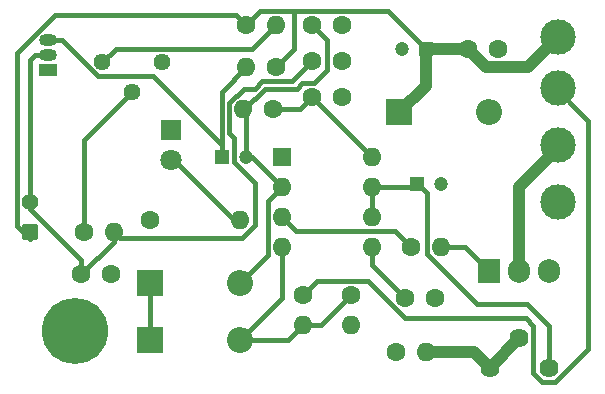
<source format=gbr>
%TF.GenerationSoftware,KiCad,Pcbnew,8.0.5*%
%TF.CreationDate,2024-12-08T10:15:27-05:00*%
%TF.ProjectId,shooting_sensor_new,73686f6f-7469-46e6-975f-73656e736f72,rev?*%
%TF.SameCoordinates,Original*%
%TF.FileFunction,Copper,L1,Top*%
%TF.FilePolarity,Positive*%
%FSLAX46Y46*%
G04 Gerber Fmt 4.6, Leading zero omitted, Abs format (unit mm)*
G04 Created by KiCad (PCBNEW 8.0.5) date 2024-12-08 10:15:27*
%MOMM*%
%LPD*%
G01*
G04 APERTURE LIST*
G04 Aperture macros list*
%AMRoundRect*
0 Rectangle with rounded corners*
0 $1 Rounding radius*
0 $2 $3 $4 $5 $6 $7 $8 $9 X,Y pos of 4 corners*
0 Add a 4 corners polygon primitive as box body*
4,1,4,$2,$3,$4,$5,$6,$7,$8,$9,$2,$3,0*
0 Add four circle primitives for the rounded corners*
1,1,$1+$1,$2,$3*
1,1,$1+$1,$4,$5*
1,1,$1+$1,$6,$7*
1,1,$1+$1,$8,$9*
0 Add four rect primitives between the rounded corners*
20,1,$1+$1,$2,$3,$4,$5,0*
20,1,$1+$1,$4,$5,$6,$7,0*
20,1,$1+$1,$6,$7,$8,$9,0*
20,1,$1+$1,$8,$9,$2,$3,0*%
G04 Aperture macros list end*
%TA.AperFunction,ComponentPad*%
%ADD10C,1.600000*%
%TD*%
%TA.AperFunction,ComponentPad*%
%ADD11O,1.600000X1.600000*%
%TD*%
%TA.AperFunction,ComponentPad*%
%ADD12RoundRect,0.249200X0.450800X-0.450800X0.450800X0.450800X-0.450800X0.450800X-0.450800X-0.450800X0*%
%TD*%
%TA.AperFunction,ComponentPad*%
%ADD13C,1.400000*%
%TD*%
%TA.AperFunction,ComponentPad*%
%ADD14R,2.200000X2.200000*%
%TD*%
%TA.AperFunction,ComponentPad*%
%ADD15O,2.200000X2.200000*%
%TD*%
%TA.AperFunction,ComponentPad*%
%ADD16R,1.600000X1.600000*%
%TD*%
%TA.AperFunction,ComponentPad*%
%ADD17R,1.200000X1.200000*%
%TD*%
%TA.AperFunction,ComponentPad*%
%ADD18C,1.200000*%
%TD*%
%TA.AperFunction,ComponentPad*%
%ADD19C,3.000000*%
%TD*%
%TA.AperFunction,ComponentPad*%
%ADD20C,1.440000*%
%TD*%
%TA.AperFunction,ComponentPad*%
%ADD21R,1.905000X2.000000*%
%TD*%
%TA.AperFunction,ComponentPad*%
%ADD22O,1.905000X2.000000*%
%TD*%
%TA.AperFunction,ComponentPad*%
%ADD23R,1.500000X1.050000*%
%TD*%
%TA.AperFunction,ComponentPad*%
%ADD24O,1.500000X1.050000*%
%TD*%
%TA.AperFunction,ComponentPad*%
%ADD25C,5.600000*%
%TD*%
%TA.AperFunction,ComponentPad*%
%ADD26C,1.620000*%
%TD*%
%TA.AperFunction,ComponentPad*%
%ADD27R,1.800000X1.800000*%
%TD*%
%TA.AperFunction,ComponentPad*%
%ADD28C,1.800000*%
%TD*%
%TA.AperFunction,Conductor*%
%ADD29C,0.400000*%
%TD*%
%TA.AperFunction,Conductor*%
%ADD30C,1.000000*%
%TD*%
G04 APERTURE END LIST*
D10*
%TO.P,R7,1*%
%TO.N,Net-(R7-Pad1)*%
X83566000Y-68834000D03*
D11*
%TO.P,R7,2*%
%TO.N,Net-(D4-A)*%
X86106000Y-68834000D03*
%TD*%
D10*
%TO.P,C9,1*%
%TO.N,Net-(D4-A)*%
X83332000Y-72390000D03*
%TO.P,C9,2*%
%TO.N,GND*%
X85832000Y-72390000D03*
%TD*%
%TO.P,R2,1*%
%TO.N,Net-(D1-K)*%
X111223000Y-70104000D03*
D11*
%TO.P,R2,2*%
%TO.N,Net-(Q1-B)*%
X113763000Y-70104000D03*
%TD*%
D12*
%TO.P,D4,1,K*%
%TO.N,+12V*%
X78965000Y-68834000D03*
D13*
%TO.P,D4,2,A*%
%TO.N,Net-(D4-A)*%
X78965000Y-66274000D03*
%TD*%
D14*
%TO.P,D3,1,K*%
%TO.N,+12V*%
X89154000Y-73152000D03*
D15*
%TO.P,D3,2,A*%
%TO.N,Net-(D3-A)*%
X96774000Y-73152000D03*
%TD*%
D10*
%TO.P,R1,1*%
%TO.N,+12V*%
X109982000Y-78994000D03*
D11*
%TO.P,R1,2*%
%TO.N,Net-(R1-Pad2)*%
X112522000Y-78994000D03*
%TD*%
D16*
%TO.P,U1,1,GND*%
%TO.N,GND*%
X100330000Y-62484000D03*
D11*
%TO.P,U1,2,TR*%
%TO.N,Net-(D3-A)*%
X100330000Y-65024000D03*
%TO.P,U1,3,Q*%
%TO.N,Net-(D1-K)*%
X100330000Y-67564000D03*
%TO.P,U1,4,R*%
%TO.N,Net-(D2-A)*%
X100330000Y-70104000D03*
%TO.P,U1,5,CV*%
%TO.N,Net-(U1-CV)*%
X107950000Y-70104000D03*
%TO.P,U1,6,THR*%
%TO.N,Net-(U1-DIS)*%
X107950000Y-67564000D03*
%TO.P,U1,7,DIS*%
X107950000Y-65024000D03*
%TO.P,U1,8,VCC*%
%TO.N,+12V*%
X107950000Y-62484000D03*
%TD*%
D14*
%TO.P,D5,1,K*%
%TO.N,+12V*%
X110236000Y-58674000D03*
D15*
%TO.P,D5,2,A*%
%TO.N,GND*%
X117856000Y-58674000D03*
%TD*%
D17*
%TO.P,C3,1*%
%TO.N,Net-(Q2-D)*%
X95282000Y-62484000D03*
D18*
%TO.P,C3,2*%
%TO.N,Net-(D3-A)*%
X97282000Y-62484000D03*
%TD*%
D19*
%TO.P,H1,1,1*%
%TO.N,+12V*%
X123698000Y-52324000D03*
%TD*%
D20*
%TO.P,RV2,1,1*%
%TO.N,Net-(R9-Pad2)*%
X85105000Y-54431000D03*
%TO.P,RV2,2,2*%
%TO.N,Net-(R7-Pad1)*%
X87645000Y-56971000D03*
%TO.P,RV2,3,3*%
%TO.N,GND*%
X90185000Y-54431000D03*
%TD*%
D10*
%TO.P,R3,1*%
%TO.N,+12V*%
X89154000Y-67818000D03*
D11*
%TO.P,R3,2*%
%TO.N,Net-(D1-A)*%
X96774000Y-67818000D03*
%TD*%
D17*
%TO.P,C7,1*%
%TO.N,Net-(U1-DIS)*%
X111792000Y-64770000D03*
D18*
%TO.P,C7,2*%
%TO.N,GND*%
X113792000Y-64770000D03*
%TD*%
D10*
%TO.P,C4,1*%
%TO.N,Net-(D3-A)*%
X102890000Y-51308000D03*
%TO.P,C4,2*%
%TO.N,GND*%
X105390000Y-51308000D03*
%TD*%
D19*
%TO.P,H4,1,1*%
%TO.N,GND*%
X123698000Y-66294000D03*
%TD*%
D10*
%TO.P,R8,1*%
%TO.N,Net-(D2-A)*%
X106172000Y-74139000D03*
D11*
%TO.P,R8,2*%
%TO.N,GND*%
X106172000Y-76679000D03*
%TD*%
D10*
%TO.P,C5,1*%
%TO.N,+12V*%
X102890000Y-57404000D03*
%TO.P,C5,2*%
%TO.N,GND*%
X105390000Y-57404000D03*
%TD*%
%TO.P,C1,1*%
%TO.N,Net-(U1-CV)*%
X110764000Y-74422000D03*
%TO.P,C1,2*%
%TO.N,GND*%
X113264000Y-74422000D03*
%TD*%
D19*
%TO.P,H3,1,1*%
%TO.N,OUT*%
X123698000Y-61462332D03*
%TD*%
D21*
%TO.P,Q1,1,B*%
%TO.N,Net-(Q1-B)*%
X117856000Y-72136000D03*
D22*
%TO.P,Q1,2,C*%
%TO.N,OUT*%
X120396000Y-72136000D03*
%TO.P,Q1,3,E*%
%TO.N,GND*%
X122936000Y-72136000D03*
%TD*%
D23*
%TO.P,Q2,1,S*%
%TO.N,GND*%
X80518000Y-55118000D03*
D24*
%TO.P,Q2,2,G*%
%TO.N,Net-(D4-A)*%
X80518000Y-53848000D03*
%TO.P,Q2,3,D*%
%TO.N,Net-(Q2-D)*%
X80518000Y-52578000D03*
%TD*%
D10*
%TO.P,R9,1*%
%TO.N,+12V*%
X97282000Y-51308000D03*
D11*
%TO.P,R9,2*%
%TO.N,Net-(R9-Pad2)*%
X99822000Y-51308000D03*
%TD*%
D17*
%TO.P,C2,1*%
%TO.N,+12V*%
X112490000Y-53340000D03*
D18*
%TO.P,C2,2*%
%TO.N,GND*%
X110490000Y-53340000D03*
%TD*%
D25*
%TO.P,REF\u002A\u002A,1*%
%TO.N,GND*%
X82804000Y-77216000D03*
%TD*%
D10*
%TO.P,R6,1*%
%TO.N,+12V*%
X99822000Y-54864000D03*
D11*
%TO.P,R6,2*%
%TO.N,Net-(Q2-D)*%
X97282000Y-54864000D03*
%TD*%
D14*
%TO.P,D2,1,K*%
%TO.N,+12V*%
X89154000Y-77978000D03*
D15*
%TO.P,D2,2,A*%
%TO.N,Net-(D2-A)*%
X96774000Y-77978000D03*
%TD*%
D10*
%TO.P,R4,1*%
%TO.N,ENABLE*%
X102108000Y-74139000D03*
D11*
%TO.P,R4,2*%
%TO.N,Net-(D2-A)*%
X102108000Y-76679000D03*
%TD*%
D10*
%TO.P,R5,1*%
%TO.N,+12V*%
X99568000Y-58420000D03*
D11*
%TO.P,R5,2*%
%TO.N,Net-(D3-A)*%
X97028000Y-58420000D03*
%TD*%
D10*
%TO.P,C8,1*%
%TO.N,+12V*%
X116098000Y-53340000D03*
%TO.P,C8,2*%
%TO.N,GND*%
X118598000Y-53340000D03*
%TD*%
D26*
%TO.P,RV1,1,1*%
%TO.N,Net-(R1-Pad2)*%
X117896000Y-80319000D03*
%TO.P,RV1,2,2*%
X120396000Y-77819000D03*
%TO.P,RV1,3,3*%
%TO.N,Net-(U1-DIS)*%
X122896000Y-80319000D03*
%TD*%
D10*
%TO.P,C6,1*%
%TO.N,Net-(D4-A)*%
X102890000Y-54356000D03*
%TO.P,C6,2*%
%TO.N,GND*%
X105390000Y-54356000D03*
%TD*%
D27*
%TO.P,D1,1,K*%
%TO.N,Net-(D1-K)*%
X90932000Y-60193000D03*
D28*
%TO.P,D1,2,A*%
%TO.N,Net-(D1-A)*%
X90932000Y-62733000D03*
%TD*%
D19*
%TO.P,H2,1,1*%
%TO.N,ENABLE*%
X123698000Y-56630666D03*
%TD*%
D29*
%TO.N,Net-(D2-A)*%
X100330000Y-74422000D02*
X100330000Y-70104000D01*
X100809000Y-77978000D02*
X102108000Y-76679000D01*
X103632000Y-76679000D02*
X106172000Y-74139000D01*
X96774000Y-77978000D02*
X100809000Y-77978000D01*
X96774000Y-77978000D02*
X100330000Y-74422000D01*
X102108000Y-76679000D02*
X103632000Y-76679000D01*
%TO.N,Net-(D3-A)*%
X97091113Y-58420000D02*
X97028000Y-58420000D01*
X98847113Y-56664000D02*
X97091113Y-58420000D01*
X97282000Y-62484000D02*
X97790000Y-62484000D01*
X101578000Y-56664000D02*
X98847113Y-56664000D01*
X97282000Y-58674000D02*
X97028000Y-58420000D01*
X102890000Y-51308000D02*
X104140000Y-52558000D01*
X103054001Y-56204000D02*
X102038000Y-56204000D01*
X102038000Y-56204000D02*
X101578000Y-56664000D01*
X104140000Y-55118001D02*
X103054001Y-56204000D01*
X97282000Y-62484000D02*
X97282000Y-58674000D01*
X99130000Y-70796000D02*
X99130000Y-66224000D01*
X104140000Y-52558000D02*
X104140000Y-55118001D01*
X99130000Y-66224000D02*
X100330000Y-65024000D01*
X97790000Y-62484000D02*
X100330000Y-65024000D01*
X96774000Y-73152000D02*
X99130000Y-70796000D01*
%TO.N,Net-(D4-A)*%
X98044000Y-68245057D02*
X98044000Y-64660214D01*
X83332000Y-72390000D02*
X86106000Y-69616000D01*
X83332000Y-72390000D02*
X83332000Y-71204000D01*
X101162000Y-56064000D02*
X102870000Y-54356000D01*
X102870000Y-54356000D02*
X102890000Y-54356000D01*
X86614000Y-69342000D02*
X96947057Y-69342000D01*
X95828000Y-60409057D02*
X95828000Y-57922943D01*
X96282000Y-62898214D02*
X96282000Y-60863057D01*
X97086943Y-56664000D02*
X97998585Y-56664000D01*
X78965000Y-66837000D02*
X78965000Y-54251000D01*
X98044000Y-64660214D02*
X96282000Y-62898214D01*
X96282000Y-60863057D02*
X95828000Y-60409057D01*
X78965000Y-54251000D02*
X79368000Y-53848000D01*
X97998585Y-56664000D02*
X98598585Y-56064000D01*
X96947057Y-69342000D02*
X98044000Y-68245057D01*
X95828000Y-57922943D02*
X97086943Y-56664000D01*
X86106000Y-69616000D02*
X86106000Y-68834000D01*
X79368000Y-53848000D02*
X80518000Y-53848000D01*
X86106000Y-68834000D02*
X86614000Y-69342000D01*
X83332000Y-71204000D02*
X78965000Y-66837000D01*
X98598585Y-56064000D02*
X101162000Y-56064000D01*
%TO.N,Net-(Q1-B)*%
X115824000Y-70104000D02*
X117856000Y-72136000D01*
X113763000Y-70104000D02*
X115824000Y-70104000D01*
%TO.N,Net-(Q2-D)*%
X84716000Y-55626000D02*
X89424000Y-55626000D01*
X95228000Y-62430000D02*
X95228000Y-56918000D01*
X95282000Y-61484000D02*
X95282000Y-62484000D01*
X95228000Y-56918000D02*
X97282000Y-54864000D01*
X89424000Y-55626000D02*
X95282000Y-61484000D01*
X95282000Y-62484000D02*
X95228000Y-62430000D01*
X81668000Y-52578000D02*
X84716000Y-55626000D01*
X80518000Y-52578000D02*
X81668000Y-52578000D01*
%TO.N,Net-(U1-CV)*%
X107950000Y-71608000D02*
X110764000Y-74422000D01*
X107950000Y-70104000D02*
X107950000Y-71608000D01*
%TO.N,Net-(D1-K)*%
X101530000Y-68764000D02*
X100330000Y-67564000D01*
X109883000Y-68764000D02*
X101530000Y-68764000D01*
X111223000Y-70104000D02*
X109883000Y-68764000D01*
%TO.N,Net-(U1-DIS)*%
X107950000Y-65024000D02*
X111538000Y-65024000D01*
X121032269Y-74939294D02*
X122896000Y-76803025D01*
X111792000Y-64770000D02*
X112563000Y-65541000D01*
X116849294Y-74939294D02*
X121032269Y-74939294D01*
X122896000Y-76803025D02*
X122896000Y-80319000D01*
X107950000Y-67564000D02*
X107950000Y-65024000D01*
X112563000Y-70653000D02*
X116849294Y-74939294D01*
X111538000Y-65024000D02*
X111792000Y-64770000D01*
X112563000Y-65541000D02*
X112563000Y-70653000D01*
D30*
%TO.N,Net-(R1-Pad2)*%
X120396000Y-77819000D02*
X117896000Y-80319000D01*
X116571000Y-78994000D02*
X117896000Y-80319000D01*
X112522000Y-78994000D02*
X116571000Y-78994000D01*
D29*
%TO.N,Net-(D1-A)*%
X90932000Y-62992000D02*
X91440000Y-62992000D01*
X91440000Y-62992000D02*
X96266000Y-67818000D01*
X96266000Y-67818000D02*
X96774000Y-67818000D01*
%TO.N,ENABLE*%
X123449000Y-81529000D02*
X126238000Y-78740000D01*
X121606000Y-76749776D02*
X121606000Y-80774000D01*
X103308000Y-72939000D02*
X107583943Y-72939000D01*
X126238000Y-59436000D02*
X124714000Y-57912000D01*
X102108000Y-74139000D02*
X103308000Y-72939000D01*
X126238000Y-78740000D02*
X126238000Y-59436000D01*
X107583943Y-72939000D02*
X110732943Y-76088000D01*
X120944224Y-76088000D02*
X121606000Y-76749776D01*
X122361000Y-81529000D02*
X123449000Y-81529000D01*
X121606000Y-80774000D02*
X122361000Y-81529000D01*
X110732943Y-76088000D02*
X120944224Y-76088000D01*
%TO.N,+12V*%
X101346000Y-53340000D02*
X101346000Y-50108000D01*
D30*
X112490000Y-53340000D02*
X112490000Y-56420000D01*
D29*
X99568000Y-58420000D02*
X101874000Y-58420000D01*
D30*
X112490000Y-56420000D02*
X110236000Y-58674000D01*
X117598000Y-54840000D02*
X116098000Y-53340000D01*
X116098000Y-53340000D02*
X112490000Y-53340000D01*
D29*
X101874000Y-58420000D02*
X102890000Y-57404000D01*
D30*
X121182000Y-54840000D02*
X117598000Y-54840000D01*
X123698000Y-52324000D02*
X122198000Y-53824000D01*
D29*
X77865000Y-53665000D02*
X81103000Y-50427000D01*
X101346000Y-50108000D02*
X109258000Y-50108000D01*
D30*
X122198000Y-53824000D02*
X121182000Y-54840000D01*
D29*
X97282000Y-51308000D02*
X98482000Y-50108000D01*
X96401000Y-50427000D02*
X97282000Y-51308000D01*
X98482000Y-50108000D02*
X101346000Y-50108000D01*
X78965000Y-69397000D02*
X77865000Y-68297000D01*
X109258000Y-50108000D02*
X112490000Y-53340000D01*
X77865000Y-68297000D02*
X77865000Y-53665000D01*
X99822000Y-54864000D02*
X101346000Y-53340000D01*
X107950000Y-62464000D02*
X107950000Y-62484000D01*
X102890000Y-57404000D02*
X107950000Y-62464000D01*
X89154000Y-73152000D02*
X89154000Y-77978000D01*
X81103000Y-50427000D02*
X96401000Y-50427000D01*
D30*
%TO.N,OUT*%
X120396000Y-65024000D02*
X123698000Y-61722000D01*
X120396000Y-72136000D02*
X120396000Y-65024000D01*
D29*
%TO.N,Net-(R7-Pad1)*%
X83566000Y-61050000D02*
X87645000Y-56971000D01*
X83566000Y-68834000D02*
X83566000Y-61050000D01*
%TO.N,Net-(R9-Pad2)*%
X97790000Y-53340000D02*
X99822000Y-51308000D01*
X86225000Y-53311000D02*
X94002943Y-53311000D01*
X94031943Y-53340000D02*
X97790000Y-53340000D01*
X94002943Y-53311000D02*
X94031943Y-53340000D01*
X85105000Y-54431000D02*
X86225000Y-53311000D01*
%TD*%
M02*

</source>
